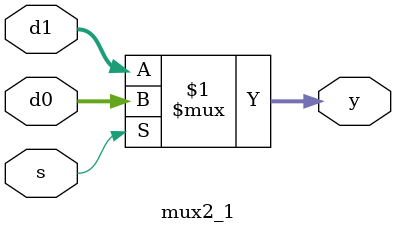
<source format=sv>
module mux2_1(
    input s,
    input logic [31:0] d0,
    input logic [31:0]d1,
    output logic [31:0]y
    );
    assign y=s?d0:d1;
endmodule
</source>
